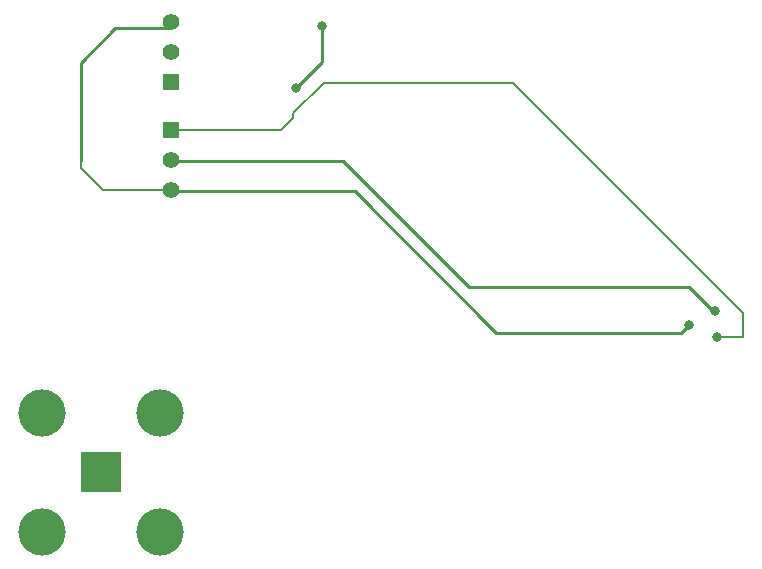
<source format=gbr>
%TF.GenerationSoftware,KiCad,Pcbnew,(6.0.8-1)-1*%
%TF.CreationDate,2022-11-01T09:45:04-04:00*%
%TF.ProjectId,Untitled,556e7469-746c-4656-942e-6b696361645f,rev?*%
%TF.SameCoordinates,Original*%
%TF.FileFunction,Copper,L2,Bot*%
%TF.FilePolarity,Positive*%
%FSLAX46Y46*%
G04 Gerber Fmt 4.6, Leading zero omitted, Abs format (unit mm)*
G04 Created by KiCad (PCBNEW (6.0.8-1)-1) date 2022-11-01 09:45:04*
%MOMM*%
%LPD*%
G01*
G04 APERTURE LIST*
%TA.AperFunction,ComponentPad*%
%ADD10R,1.397000X1.397000*%
%TD*%
%TA.AperFunction,ComponentPad*%
%ADD11C,1.397000*%
%TD*%
%TA.AperFunction,ComponentPad*%
%ADD12R,3.500000X3.500000*%
%TD*%
%TA.AperFunction,ComponentPad*%
%ADD13C,4.000000*%
%TD*%
%TA.AperFunction,ViaPad*%
%ADD14C,0.800000*%
%TD*%
%TA.AperFunction,Conductor*%
%ADD15C,0.250000*%
%TD*%
%TA.AperFunction,Conductor*%
%ADD16C,0.200000*%
%TD*%
G04 APERTURE END LIST*
D10*
%TO.P,REF\u002A\u002A,1*%
%TO.N,N/C*%
X59250100Y-41127500D03*
D11*
%TO.P,REF\u002A\u002A,2*%
X59250100Y-38587500D03*
%TO.P,REF\u002A\u002A,3*%
X59250100Y-36047500D03*
%TD*%
D12*
%TO.P,REF\u002A\u002A,1*%
%TO.N,N/C*%
X53335000Y-74200000D03*
D13*
%TO.P,REF\u002A\u002A,2*%
X58360000Y-79225000D03*
X58360000Y-69175000D03*
X48310000Y-79225000D03*
X48310000Y-69175000D03*
%TD*%
D10*
%TO.P,REF\u002A\u002A,1*%
%TO.N,N/C*%
X59250100Y-45212500D03*
D11*
%TO.P,REF\u002A\u002A,2*%
X59250100Y-47752500D03*
%TO.P,REF\u002A\u002A,3*%
X59250100Y-50292500D03*
%TD*%
D14*
%TO.N,*%
X105490000Y-62710000D03*
X69800000Y-41637506D03*
X105290000Y-60510000D03*
X72000000Y-36400000D03*
X103110000Y-61690000D03*
%TD*%
D15*
%TO.N,*%
X103110000Y-61690000D02*
X102410000Y-62390000D01*
X102410000Y-62390000D02*
X86790000Y-62390000D01*
X86790000Y-62390000D02*
X74800000Y-50400000D01*
X74800000Y-50400000D02*
X59357600Y-50400000D01*
X59357600Y-50400000D02*
X59250100Y-50292500D01*
X105130000Y-60510000D02*
X103110000Y-58490000D01*
X103110000Y-58490000D02*
X84490000Y-58490000D01*
X73800000Y-47800000D02*
X59297600Y-47800000D01*
X59297600Y-47800000D02*
X59250100Y-47752500D01*
X84490000Y-58490000D02*
X73800000Y-47800000D01*
D16*
X59250100Y-50292500D02*
X53492500Y-50292500D01*
X53492500Y-50292500D02*
X51600000Y-48400000D01*
X51600000Y-48400000D02*
X51600000Y-47800000D01*
D15*
X51600000Y-39490000D02*
X54532494Y-36557506D01*
X72000000Y-39437506D02*
X72000000Y-36400000D01*
D16*
X68587500Y-45212500D02*
X59250100Y-45212500D01*
X107690000Y-62710000D02*
X107690000Y-60670000D01*
D15*
X51600000Y-47800000D02*
X51600000Y-39490000D01*
D16*
X106410000Y-59390000D02*
X88220000Y-41200000D01*
X107690000Y-60670000D02*
X106410000Y-59390000D01*
X72200000Y-41200000D02*
X69600000Y-43800000D01*
X69600000Y-44200000D02*
X68587500Y-45212500D01*
X69600000Y-43800000D02*
X69600000Y-44200000D01*
X107690000Y-62710000D02*
X105490000Y-62710000D01*
D15*
X69800000Y-41637506D02*
X72000000Y-39437506D01*
D16*
X88220000Y-41200000D02*
X72200000Y-41200000D01*
D15*
X54532494Y-36557506D02*
X59270100Y-36557506D01*
%TD*%
M02*

</source>
